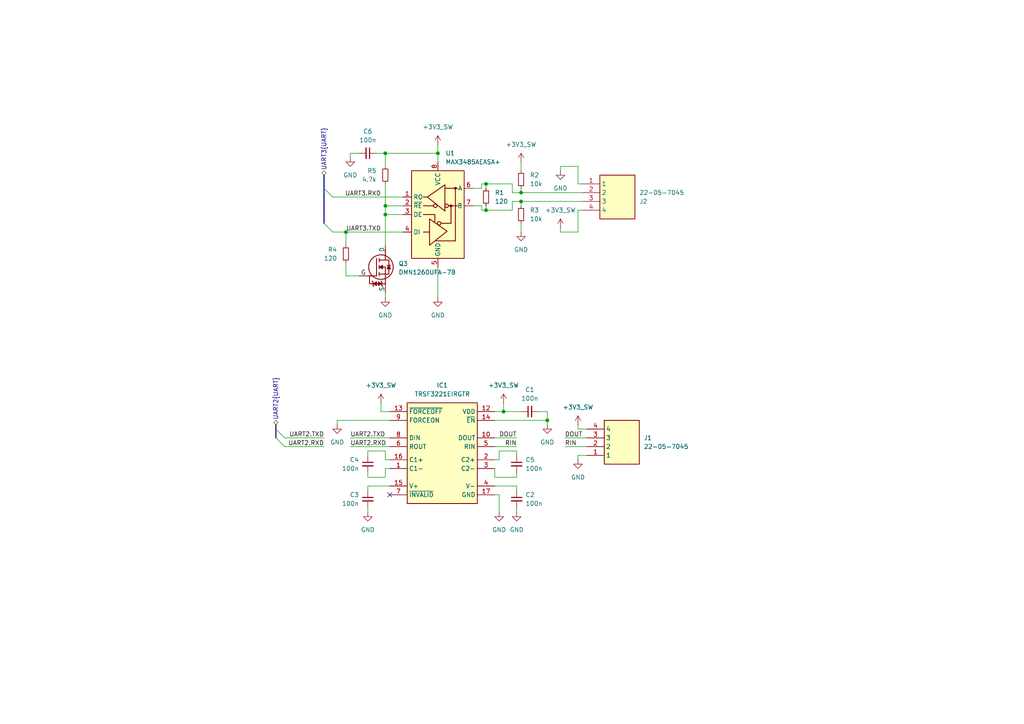
<source format=kicad_sch>
(kicad_sch (version 20250114) (generator "eeschema") (generator_version "9.0")
  (paper "A4")
  (lib_symbols
    (symbol "Device:C_Small" (pin_numbers (hide yes)) (pin_names (offset 0.254) (hide yes))
      (property "Reference" "C" (at 0.254 1.778 0))
      (property "Value" "C_Small" (at 0.254 -2.032 0))
      (symbol "C_Small_0_1"
        (polyline (pts (xy -1.524 0.508) (xy 1.524 0.508)) (stroke (width 0.3048)))
        (polyline (pts (xy -1.524 -0.508) (xy 1.524 -0.508)) (stroke (width 0.3302)))
      )
      (symbol "C_Small_1_1"
        (pin passive line (at 0 2.54 270) (length 2.032) (name "~") (number "1"))
        (pin passive line (at 0 -2.54 90) (length 2.032) (name "~") (number "2"))
      )
    )
    (symbol "Device:R_Small" (pin_numbers (hide yes)) (pin_names (offset 0.254) (hide yes))
      (property "Reference" "R" (at 0.762 0.508 0))
      (property "Value" "R_Small" (at 0.762 -1.016 0))
      (symbol "R_Small_0_1"
        (rectangle (start -0.762 1.778) (end 0.762 -1.778) (stroke (width 0.2032)))
      )
      (symbol "R_Small_1_1"
        (pin passive line (at 0 2.54 270) (length 0.762) (name "~") (number "1"))
        (pin passive line (at 0 -2.54 90) (length 0.762) (name "~") (number "2"))
      )
    )
    (symbol "Interface_UART:MAX3485"
      (property "Reference" "U" (at -6.985 13.97 0))
      (property "Value" "MAX3485" (at 1.905 13.97 0))
      (symbol "MAX3485_0_1"
        (rectangle (start -7.62 12.7) (end 7.62 -12.7) (stroke (width 0.254)) (fill (type background)))
        (polyline (pts (xy -4.191 2.54) (xy -1.27 2.54)) (stroke (width 0.254)))
        (polyline (pts (xy -4.191 0) (xy -0.889 0) (xy -0.889 -2.286)) (stroke (width 0.254)))
        (polyline (pts (xy -3.175 5.08) (xy -4.191 5.08) (xy -4.064 5.08)) (stroke (width 0.254)))
        (polyline (pts (xy -2.54 -5.08) (xy -4.191 -5.08)) (stroke (width 0.254)))
        (polyline (pts (xy -2.413 -5.08) (xy -2.413 -1.27) (xy 2.667 -4.826) (xy -2.413 -8.89) (xy -2.413 -5.08)) (stroke (width 0.254)))
        (polyline (pts (xy -0.635 -7.62) (xy 5.08 -7.62)) (stroke (width 0.254)))
        (circle (center 0.381 -2.54) (radius 0.508) (stroke (width 0.254)))
        (polyline (pts (xy 0.889 -2.54) (xy 3.81 -2.54)) (stroke (width 0.254)))
        (polyline (pts (xy 2.032 7.62) (xy 5.715 7.62)) (stroke (width 0.254)))
        (polyline (pts (xy 3.048 2.54) (xy 5.715 2.54)) (stroke (width 0.254)))
        (circle (center 3.81 2.54) (radius 0.2794) (stroke (width 0.254)) (fill (type outline)))
        (polyline (pts (xy 3.81 -2.54) (xy 3.81 2.54)) (stroke (width 0.254)))
        (polyline (pts (xy 5.08 -7.62) (xy 5.08 7.62)) (stroke (width 0.254)))
      )
      (symbol "MAX3485_1_1"
        (circle (center -0.762 2.54) (radius 0.508) (stroke (width 0.254)))
        (polyline (pts (xy 2.032 4.826) (xy 2.032 8.636) (xy -3.048 5.08) (xy 2.032 1.016) (xy 2.032 4.826)) (stroke (width 0.254)))
        (circle (center 2.54 2.54) (radius 0.508) (stroke (width 0.254)))
        (circle (center 5.08 7.62) (radius 0.2794) (stroke (width 0.254)) (fill (type outline)))
        (pin output line (at -10.16 5.08 0) (length 2.54) (name "RO") (number "1"))
        (pin input line (at -10.16 2.54 0) (length 2.54) (name "~{RE}") (number "2"))
        (pin input line (at -10.16 0 0) (length 2.54) (name "DE") (number "3"))
        (pin input line (at -10.16 -5.08 0) (length 2.54) (name "DI") (number "4"))
        (pin power_in line (at 0 15.24 270) (length 2.54) (name "VCC") (number "8"))
        (pin power_in line (at 0 -15.24 90) (length 2.54) (name "GND") (number "5"))
        (pin bidirectional line (at 10.16 7.62 180) (length 2.54) (name "A") (number "6"))
        (pin bidirectional line (at 10.16 2.54 180) (length 2.54) (name "B") (number "7"))
      )
    )
    (symbol "extras:22-05-7045"
      (property "Reference" "J" (at 16.51 7.62 0))
      (property "Value" "22-05-7045" (at 16.51 5.08 0))
      (symbol "22-05-7045_1_1"
        (rectangle (start 5.08 2.54) (end 15.24 -10.16) (stroke (width 0.254)) (fill (type background)))
        (pin passive line (at 0 0 0) (length 5.08) (name "1") (number "1"))
        (pin passive line (at 0 -2.54 0) (length 5.08) (name "2") (number "2"))
        (pin passive line (at 0 -5.08 0) (length 5.08) (name "3") (number "3"))
        (pin passive line (at 0 -7.62 0) (length 5.08) (name "4") (number "4"))
      )
    )
    (symbol "extras:DMN1260UFA-7B" (pin_numbers (hide yes)) (pin_names (offset 0))
      (property "Reference" "Q" (at 11.43 3.81 0))
      (property "Value" "DMN1260UFA-7B" (at 11.43 1.27 0))
      (symbol "DMN1260UFA-7B_1_1"
        (polyline (pts (xy 2.54 0) (xy 5.08 0)) (stroke (width 0.254)))
        (polyline (pts (xy 3.048 0) (xy 3.048 -2.286)) (stroke (width 0.254)))
        (polyline (pts (xy 4.064 -1.778) (xy 3.81 -1.524)) (stroke (width 0.254)))
        (polyline (pts (xy 4.064 -2.286) (xy 5.08 -1.778) (xy 5.08 -2.794) (xy 4.064 -2.286)) (stroke (width 0.254)) (fill (type outline)))
        (polyline (pts (xy 4.064 -2.794) (xy 4.064 -1.778)) (stroke (width 0.254)))
        (polyline (pts (xy 4.318 -3.048) (xy 4.064 -2.794)) (stroke (width 0.254)))
        (polyline (pts (xy 5.08 5.08) (xy 5.08 0)) (stroke (width 0.254)))
        (polyline (pts (xy 5.842 5.08) (xy 5.842 4.064)) (stroke (width 0.254)))
        (polyline (pts (xy 5.842 2.54) (xy 6.858 3.048) (xy 6.858 2.032) (xy 5.842 2.54)) (stroke (width 0.254)) (fill (type outline)))
        (polyline (pts (xy 5.842 2.032) (xy 5.842 3.048)) (stroke (width 0.254)))
        (polyline (pts (xy 5.842 0.508) (xy 8.636 0.508)) (stroke (width 0.254)))
        (polyline (pts (xy 5.842 0) (xy 5.842 1.016)) (stroke (width 0.254)))
        (circle (center 6.35 2.54) (radius 3.556) (stroke (width 0.254)))
        (polyline (pts (xy 6.604 -1.778) (xy 6.35 -1.524)) (stroke (width 0.254)))
        (polyline (pts (xy 6.604 -1.778) (xy 6.604 -2.794)) (stroke (width 0.254)))
        (polyline (pts (xy 6.604 -2.286) (xy 5.588 -2.794) (xy 5.588 -1.778) (xy 6.604 -2.286)) (stroke (width 0.254)) (fill (type outline)))
        (polyline (pts (xy 6.858 -3.048) (xy 6.604 -2.794)) (stroke (width 0.254)))
        (polyline (pts (xy 7.62 4.572) (xy 7.62 7.62)) (stroke (width 0.254)))
        (polyline (pts (xy 7.62 2.54) (xy 5.842 2.54)) (stroke (width 0.254)))
        (polyline (pts (xy 7.62 2.54) (xy 7.62 -2.54)) (stroke (width 0.254)))
        (polyline (pts (xy 7.62 -2.286) (xy 3.048 -2.286)) (stroke (width 0.254)))
        (polyline (pts (xy 8.128 3.048) (xy 9.144 3.048)) (stroke (width 0.254)))
        (polyline (pts (xy 8.636 4.572) (xy 5.842 4.572)) (stroke (width 0.254)))
        (polyline (pts (xy 8.636 3.048) (xy 9.144 2.032) (xy 8.128 2.032) (xy 8.636 3.048)) (stroke (width 0.254)) (fill (type outline)))
        (polyline (pts (xy 8.636 0.508) (xy 8.636 4.572)) (stroke (width 0.254)))
        (pin passive line (at 0 0 0) (length 2.54) (name "G") (number "1"))
        (pin passive line (at 7.62 8.89 270) (length 2.54) (name "D") (number "3"))
        (pin passive line (at 7.62 -5.08 90) (length 2.54) (name "S") (number "2"))
      )
    )
    (symbol "extras:TRSF3221EIRGTR"
      (property "Reference" "IC" (at 5.08 6.985 0))
      (property "Value" "TRSF3221EIRGTR" (at 5.08 4.445 0))
      (symbol "TRSF3221EIRGTR_1_1"
        (rectangle (start 5.08 2.54) (end 25.4 -26.67) (stroke (width 0.254)) (fill (type background)))
        (pin passive line (at 0 0 0) (length 5.08) (name "VDD") (number "12"))
        (pin passive line (at 0 -2.54 0) (length 5.08) (name "~{EN}") (number "14"))
        (pin passive line (at 0 -7.62 0) (length 5.08) (name "DOUT") (number "10"))
        (pin passive line (at 0 -10.16 0) (length 5.08) (name "RIN") (number "5"))
        (pin passive line (at 0 -13.97 0) (length 5.08) (name "C2+") (number "2"))
        (pin passive line (at 0 -16.51 0) (length 5.08) (name "C2-") (number "3"))
        (pin passive line (at 0 -21.59 0) (length 5.08) (name "V-") (number "4"))
        (pin passive line (at 0 -24.13 0) (length 5.08) (hide yes) (name "GND") (number "11"))
        (pin passive line (at 0 -24.13 0) (length 5.08) (name "GND") (number "17"))
        (pin passive line (at 30.48 0 180) (length 5.08) (name "~{FORCEOFF}") (number "13"))
        (pin passive line (at 30.48 -2.54 180) (length 5.08) (name "FORCEON") (number "9"))
        (pin passive line (at 30.48 -7.62 180) (length 5.08) (name "DIN") (number "8"))
        (pin passive line (at 30.48 -10.16 180) (length 5.08) (name "ROUT") (number "6"))
        (pin passive line (at 30.48 -13.97 180) (length 5.08) (name "C1+") (number "16"))
        (pin passive line (at 30.48 -16.51 180) (length 5.08) (name "C1-") (number "1"))
        (pin passive line (at 30.48 -21.59 180) (length 5.08) (name "V+") (number "15"))
        (pin passive line (at 30.48 -24.13 180) (length 5.08) (name "~{INVALID}") (number "7"))
      )
    )
    (symbol "power:+3V3" (power) (pin_numbers (hide yes)) (pin_names (offset 0) (hide yes))
      (property "Value" "+3V3" (at 0 3.556 0))
      (symbol "+3V3_0_1"
        (polyline (pts (xy -0.762 1.27) (xy 0 2.54)))
        (polyline (pts (xy 0 2.54) (xy 0.762 1.27)))
        (polyline (pts (xy 0 0) (xy 0 2.54)))
      )
      (symbol "+3V3_1_1"
        (pin power_in line (at 0 0 90) (length 0) (name "~") (number "1"))
      )
    )
    (symbol "power:GND" (power) (pin_numbers (hide yes)) (pin_names (offset 0) (hide yes))
      (property "Value" "GND" (at 0 -3.81 0))
      (symbol "GND_0_1"
        (polyline (pts (xy 0 0) (xy 0 -1.27) (xy 1.27 -1.27) (xy 0 -2.54) (xy -1.27 -1.27) (xy 0 -1.27)))
      )
      (symbol "GND_1_1"
        (pin power_in line (at 0 0 270) (length 0) (name "~") (number "1"))
      )
    )
  )
  (junction (at 111.76 62.23))
  (junction (at 100.33 67.31))
  (junction (at 140.97 60.96))
  (junction (at 146.05 119.38))
  (junction (at 158.75 121.92))
  (junction (at 151.13 55.88))
  (junction (at 111.76 44.45))
  (junction (at 151.13 58.42))
  (junction (at 127 44.45))
  (junction (at 111.76 59.69))
  (junction (at 140.97 53.34))
  (no_connect (at 113.03 143.51))
  (bus_entry (at 80.01 124.46) (size 2.54 2.54))
  (bus_entry (at 93.98 54.61) (size 2.54 2.54))
  (bus_entry (at 93.98 64.77) (size 2.54 2.54))
  (bus_entry (at 80.01 127) (size 2.54 2.54))
  (wire (pts (xy 127 77.47) (xy 127 86.36)))
  (wire (pts (xy 151.13 46.99) (xy 151.13 49.53)))
  (wire (pts (xy 151.13 58.42) (xy 151.13 59.69)))
  (wire (pts (xy 111.76 85.09) (xy 111.76 86.36)))
  (wire (pts (xy 167.64 67.31) (xy 162.56 67.31)))
  (wire (pts (xy 149.86 129.54) (xy 143.51 129.54)))
  (wire (pts (xy 140.97 60.96) (xy 148.59 60.96)))
  (wire (pts (xy 148.59 55.88) (xy 151.13 55.88)))
  (wire (pts (xy 146.05 119.38) (xy 143.51 119.38)))
  (wire (pts (xy 163.83 127) (xy 170.18 127)))
  (wire (pts (xy 144.78 143.51) (xy 143.51 143.51)))
  (wire (pts (xy 167.64 60.96) (xy 167.64 67.31)))
  (wire (pts (xy 139.7 60.96) (xy 140.97 60.96)))
  (wire (pts (xy 151.13 54.61) (xy 151.13 55.88)))
  (wire (pts (xy 111.76 135.89) (xy 111.76 138.43)))
  (wire (pts (xy 149.86 127) (xy 143.51 127)))
  (wire (pts (xy 101.6 44.45) (xy 104.14 44.45)))
  (wire (pts (xy 167.64 48.26) (xy 167.64 53.34)))
  (wire (pts (xy 151.13 119.38) (xy 146.05 119.38)))
  (wire (pts (xy 110.49 116.84) (xy 110.49 119.38)))
  (wire (pts (xy 167.64 133.35) (xy 167.64 132.08)))
  (wire (pts (xy 163.83 129.54) (xy 170.18 129.54)))
  (wire (pts (xy 144.78 130.81) (xy 149.86 130.81)))
  (wire (pts (xy 158.75 121.92) (xy 143.51 121.92)))
  (wire (pts (xy 109.22 44.45) (xy 111.76 44.45)))
  (wire (pts (xy 100.33 71.12) (xy 100.33 67.31)))
  (wire (pts (xy 101.6 45.72) (xy 101.6 44.45)))
  (wire (pts (xy 111.76 62.23) (xy 111.76 71.12)))
  (wire (pts (xy 167.64 124.46) (xy 170.18 124.46)))
  (wire (pts (xy 149.86 147.32) (xy 149.86 148.59)))
  (wire (pts (xy 140.97 53.34) (xy 148.59 53.34)))
  (wire (pts (xy 113.03 140.97) (xy 106.68 140.97)))
  (wire (pts (xy 167.64 53.34) (xy 168.91 53.34)))
  (wire (pts (xy 127 44.45) (xy 127 46.99)))
  (wire (pts (xy 149.86 138.43) (xy 143.51 138.43)))
  (wire (pts (xy 151.13 55.88) (xy 168.91 55.88)))
  (wire (pts (xy 148.59 55.88) (xy 148.59 53.34)))
  (wire (pts (xy 111.76 53.34) (xy 111.76 59.69)))
  (wire (pts (xy 111.76 62.23) (xy 116.84 62.23)))
  (wire (pts (xy 111.76 48.26) (xy 111.76 44.45)))
  (wire (pts (xy 100.33 76.2) (xy 100.33 80.01)))
  (wire (pts (xy 167.64 132.08) (xy 170.18 132.08)))
  (wire (pts (xy 101.6 127) (xy 113.03 127)))
  (wire (pts (xy 139.7 59.69) (xy 137.16 59.69)))
  (wire (pts (xy 167.64 48.26) (xy 162.56 48.26)))
  (wire (pts (xy 139.7 60.96) (xy 139.7 59.69)))
  (bus (pts (xy 80.01 124.46) (xy 80.01 127)))
  (wire (pts (xy 149.86 137.16) (xy 149.86 138.43)))
  (wire (pts (xy 144.78 148.59) (xy 144.78 143.51)))
  (wire (pts (xy 158.75 119.38) (xy 156.21 119.38)))
  (wire (pts (xy 148.59 58.42) (xy 148.59 60.96)))
  (wire (pts (xy 97.79 123.19) (xy 97.79 121.92)))
  (wire (pts (xy 82.55 129.54) (xy 93.98 129.54)))
  (wire (pts (xy 140.97 59.69) (xy 140.97 60.96)))
  (wire (pts (xy 113.03 133.35) (xy 111.76 133.35)))
  (wire (pts (xy 139.7 54.61) (xy 137.16 54.61)))
  (wire (pts (xy 106.68 147.32) (xy 106.68 148.59)))
  (wire (pts (xy 162.56 48.26) (xy 162.56 49.53)))
  (wire (pts (xy 167.64 60.96) (xy 168.91 60.96)))
  (wire (pts (xy 139.7 53.34) (xy 140.97 53.34)))
  (wire (pts (xy 101.6 129.54) (xy 113.03 129.54)))
  (wire (pts (xy 167.64 123.19) (xy 167.64 124.46)))
  (wire (pts (xy 149.86 142.24) (xy 149.86 140.97)))
  (wire (pts (xy 140.97 53.34) (xy 140.97 54.61)))
  (wire (pts (xy 158.75 123.19) (xy 158.75 121.92)))
  (wire (pts (xy 139.7 53.34) (xy 139.7 54.61)))
  (wire (pts (xy 111.76 138.43) (xy 106.68 138.43)))
  (wire (pts (xy 127 41.91) (xy 127 44.45)))
  (wire (pts (xy 106.68 138.43) (xy 106.68 137.16)))
  (wire (pts (xy 144.78 133.35) (xy 144.78 130.81)))
  (wire (pts (xy 111.76 133.35) (xy 111.76 130.81)))
  (bus (pts (xy 93.98 50.8) (xy 93.98 54.61)))
  (wire (pts (xy 110.49 119.38) (xy 113.03 119.38)))
  (wire (pts (xy 106.68 130.81) (xy 106.68 132.08)))
  (wire (pts (xy 111.76 59.69) (xy 116.84 59.69)))
  (wire (pts (xy 100.33 80.01) (xy 104.14 80.01)))
  (wire (pts (xy 162.56 67.31) (xy 162.56 66.04)))
  (wire (pts (xy 151.13 58.42) (xy 168.91 58.42)))
  (wire (pts (xy 143.51 138.43) (xy 143.51 135.89)))
  (wire (pts (xy 96.52 67.31) (xy 100.33 67.31)))
  (wire (pts (xy 113.03 121.92) (xy 97.79 121.92)))
  (wire (pts (xy 111.76 130.81) (xy 106.68 130.81)))
  (wire (pts (xy 111.76 59.69) (xy 111.76 62.23)))
  (wire (pts (xy 149.86 130.81) (xy 149.86 132.08)))
  (bus (pts (xy 80.01 123.19) (xy 80.01 124.46)))
  (wire (pts (xy 146.05 116.84) (xy 146.05 119.38)))
  (wire (pts (xy 151.13 64.77) (xy 151.13 67.31)))
  (wire (pts (xy 158.75 121.92) (xy 158.75 119.38)))
  (wire (pts (xy 100.33 67.31) (xy 116.84 67.31)))
  (wire (pts (xy 148.59 58.42) (xy 151.13 58.42)))
  (wire (pts (xy 96.52 57.15) (xy 116.84 57.15)))
  (wire (pts (xy 111.76 44.45) (xy 127 44.45)))
  (wire (pts (xy 106.68 140.97) (xy 106.68 142.24)))
  (wire (pts (xy 149.86 140.97) (xy 143.51 140.97)))
  (wire (pts (xy 113.03 135.89) (xy 111.76 135.89)))
  (wire (pts (xy 143.51 133.35) (xy 144.78 133.35)))
  (bus (pts (xy 93.98 54.61) (xy 93.98 64.77)))
  (wire (pts (xy 82.55 127) (xy 93.98 127)))
  (label "RIN" (at 149.86 129.54 180))
  (label "UART2.TXD" (at 101.6 127 0))
  (label "UART2.RXD" (at 101.6 129.54 0))
  (label "DOUT" (at 149.86 127 180))
  (label "UART2.RXD" (at 93.98 129.54 180))
  (label "UART3.TXD" (at 110.49 67.31 180))
  (label "UART3.RXD" (at 110.49 57.15 180))
  (label "DOUT" (at 163.83 127 0))
  (label "RIN" (at 163.83 129.54 0))
  (label "UART2.TXD" (at 93.98 127 180))
  (hierarchical_label "UART3{UART}" (shape bidirectional) (at 93.98 50.8 90))
  (hierarchical_label "UART2{UART}" (shape bidirectional) (at 80.01 123.19 90))
  (symbol (lib_id "power:GND") (at 151.13 67.31 0) (unit 1)
    (property "Reference" "#PWR030" (effects (hide yes)))
    (property "Value" "GND" (at 151.13 72.39 0))
    (property "Description" "Power symbol creates a global label with name \"GND\" , ground" (effects (hide yes)))
  )
  (symbol (lib_id "Device:C_Small") (at 106.68 44.45 270) (unit 1)
    (property "Reference" "C6" (at 106.6736 38.1 90))
    (property "Value" "100n" (at 106.6736 40.64 90))
    (property "Footprint" "extras:C_0402" (effects (hide yes)))
    (property "Description" "Unpolarized capacitor, small symbol" (effects (hide yes)))
    (property "Mouser Part Number" "80-C0402C104K4R7867" (effects (hide yes)))
  )
  (symbol (lib_id "power:GND") (at 162.56 49.53 0) (unit 1)
    (property "Reference" "#PWR028" (effects (hide yes)))
    (property "Value" "GND" (at 162.56 54.61 0))
    (property "Description" "Power symbol creates a global label with name \"GND\" , ground" (effects (hide yes)))
  )
  (symbol (lib_id "Device:C_Small") (at 106.68 134.62 0) (mirror y) (unit 1)
    (property "Reference" "C4" (at 104.14 133.3562 0) (effects (justify left)))
    (property "Value" "100n" (at 104.14 135.8962 0) (effects (justify left)))
    (property "Footprint" "extras:C_0402" (effects (hide yes)))
    (property "Description" "Unpolarized capacitor, small symbol" (effects (hide yes)))
    (property "Mouser Part Number" "80-C0402C104K4R7867" (effects (hide yes)))
  )
  (symbol (lib_id "power:GND") (at 97.79 123.19 0) (mirror y) (unit 1)
    (property "Reference" "#PWR018" (effects (hide yes)))
    (property "Value" "GND" (at 97.79 128.27 0))
    (property "Description" "Power symbol creates a global label with name \"GND\" , ground" (effects (hide yes)))
  )
  (symbol (lib_id "power:GND") (at 167.64 133.35 0) (unit 1)
    (property "Reference" "#PWR023" (effects (hide yes)))
    (property "Value" "GND" (at 167.64 138.43 0))
    (property "Description" "Power symbol creates a global label with name \"GND\" , ground" (effects (hide yes)))
  )
  (symbol (lib_id "Device:R_Small") (at 151.13 62.23 180) (unit 1)
    (property "Reference" "R3" (at 153.67 60.9599 0) (effects (justify right)))
    (property "Value" "10k" (at 153.67 63.4999 0) (effects (justify right)))
    (property "Footprint" "extras:R_0402" (effects (hide yes)))
    (property "Description" "Resistor, small symbol" (effects (hide yes)))
    (property "Mouser Part Number" "652-CR0402AFX1002GAS" (effects (hide yes)))
  )
  (symbol (lib_id "power:+3V3") (at 146.05 116.84 0) (mirror y) (unit 1)
    (property "Reference" "#PWR015" (effects (hide yes)))
    (property "Value" "+3V3_SW" (at 146.05 111.76 0))
    (property "Description" "Power symbol creates a global label with name \"+3V3\"" (effects (hide yes)))
  )
  (symbol (lib_id "Device:C_Small") (at 153.67 119.38 90) (mirror x) (unit 1)
    (property "Reference" "C1" (at 153.6764 113.03 90))
    (property "Value" "100n" (at 153.6764 115.57 90))
    (property "Footprint" "extras:C_0402" (effects (hide yes)))
    (property "Description" "Unpolarized capacitor, small symbol" (effects (hide yes)))
    (property "Mouser Part Number" "80-C0402C104K4R7867" (effects (hide yes)))
  )
  (symbol (lib_id "power:GND") (at 101.6 45.72 0) (unit 1)
    (property "Reference" "#PWR025" (effects (hide yes)))
    (property "Value" "GND" (at 101.6 50.8 0))
    (property "Description" "Power symbol creates a global label with name \"GND\" , ground" (effects (hide yes)))
  )
  (symbol (lib_id "power:GND") (at 149.86 148.59 0) (mirror y) (unit 1)
    (property "Reference" "#PWR019" (effects (hide yes)))
    (property "Value" "GND" (at 149.86 153.67 0))
    (property "Description" "Power symbol creates a global label with name \"GND\" , ground" (effects (hide yes)))
  )
  (symbol (lib_id "Interface_UART:MAX3485") (at 127 62.23 0) (unit 1)
    (property "Reference" "U1" (at 129.1941 44.45 0) (effects (justify left)))
    (property "Value" "MAX3485AEASA+" (at 129.1941 46.99 0) (effects (justify left)))
    (property "Footprint" "Package_SO:SOIC-8_3.9x4.9mm_P1.27mm" (effects (hide yes)))
    (property "Datasheet" "https://datasheets.maximintegrated.com/en/ds/MAX3483-MAX3491.pdf" (effects (hide yes)))
    (property "Description" "True RS-485/RS-422, 10Mbps, Slew-Rate Limited, with low-power shutdown, with receiver/driver enable, 32 receiver drive capacitity, DIP-8 and SOIC-8" (effects (hide yes)))
    (property "Mouser Part Number" "700-MAX3485AEASA+" (effects (hide yes)))
  )
  (symbol (lib_id "power:+3V3") (at 167.64 123.19 0) (unit 1)
    (property "Reference" "#PWR022" (effects (hide yes)))
    (property "Value" "+3V3_SW" (at 167.64 118.11 0))
    (property "Description" "Power symbol creates a global label with name \"+3V3\"" (effects (hide yes)))
  )
  (symbol (lib_id "extras:TRSF3221EIRGTR") (at 143.51 119.38 0) (mirror y) (unit 1)
    (property "Reference" "IC1" (at 128.27 111.76 0))
    (property "Value" "TRSF3221EIRGTR" (at 128.27 114.3 0))
    (property "Footprint" "extras:QFN50P300X300X100-17N-D" (effects (hide yes)))
    (property "Datasheet" "https://www.ti.com/lit/ds/symlink/trsf3221e.pdf?ts=1627396345397&ref_url=https%253A%252F%252Fwww.google.com%252F" (effects (hide yes)))
    (property "Description" "RS-232 Interface IC 3- to 5.5-V single channel 1Mbps RS-232 line driver/receiver with +/-15-kV IEC-ESD protection" (effects (hide yes)))
    (property "Height" "1" (effects (hide yes)))
    (property "Mouser Part Number" "595-TRSF3221EIRGTR" (effects (hide yes)))
    (property "Mouser Price/Stock" "https://www.mouser.co.uk/ProductDetail/Texas-Instruments/TRSF3221EIRGTR?qs=Jslch3jnSjn40N%2FLRQ6zJQ%3D%3D" (effects (hide yes)))
    (property "Manufacturer_Name" "Texas Instruments" (effects (hide yes)))
    (property "Manufacturer_Part_Number" "TRSF3221EIRGTR" (effects (hide yes)))
  )
  (symbol (lib_id "power:GND") (at 144.78 148.59 0) (mirror y) (unit 1)
    (property "Reference" "#PWR017" (effects (hide yes)))
    (property "Value" "GND" (at 144.78 153.67 0))
    (property "Description" "Power symbol creates a global label with name \"GND\" , ground" (effects (hide yes)))
  )
  (symbol (lib_id "power:GND") (at 106.68 148.59 0) (mirror y) (unit 1)
    (property "Reference" "#PWR020" (effects (hide yes)))
    (property "Value" "GND" (at 106.68 153.67 0))
    (property "Description" "Power symbol creates a global label with name \"GND\" , ground" (effects (hide yes)))
  )
  (symbol (lib_id "power:GND") (at 127 86.36 0) (unit 1)
    (property "Reference" "#PWR026" (effects (hide yes)))
    (property "Value" "GND" (at 127 91.44 0))
    (property "Description" "Power symbol creates a global label with name \"GND\" , ground" (effects (hide yes)))
  )
  (symbol (lib_id "power:+3V3") (at 151.13 46.99 0) (unit 1)
    (property "Reference" "#PWR029" (effects (hide yes)))
    (property "Value" "+3V3_SW" (at 151.13 41.91 0))
    (property "Description" "Power symbol creates a global label with name \"+3V3\"" (effects (hide yes)))
  )
  (symbol (lib_id "Device:R_Small") (at 151.13 52.07 180) (unit 1)
    (property "Reference" "R2" (at 153.67 50.7999 0) (effects (justify right)))
    (property "Value" "10k" (at 153.67 53.3399 0) (effects (justify right)))
    (property "Footprint" "extras:R_0402" (effects (hide yes)))
    (property "Description" "Resistor, small symbol" (effects (hide yes)))
    (property "Mouser Part Number" "652-CR0402AFX1002GAS" (effects (hide yes)))
  )
  (symbol (lib_id "Device:C_Small") (at 149.86 134.62 0) (mirror y) (unit 1)
    (property "Reference" "C5" (at 152.4 133.3562 0) (effects (justify right)))
    (property "Value" "100n" (at 152.4 135.8962 0) (effects (justify right)))
    (property "Footprint" "extras:C_0402" (effects (hide yes)))
    (property "Description" "Unpolarized capacitor, small symbol" (effects (hide yes)))
    (property "Mouser Part Number" "80-C0402C104K4R7867" (effects (hide yes)))
  )
  (symbol (lib_id "extras:22-05-7045") (at 168.91 53.34 0) (unit 1)
    (property "Reference" "J2" (at 185.42 58.4201 0) (effects (justify left)))
    (property "Value" "22-05-7045" (at 185.42 55.8801 0) (effects (justify left)))
    (property "Footprint" "extras:SHDRRA4W45P0X250_1X4_1240X790X510P" (effects (hide yes)))
    (property "Datasheet" "https://www.molex.com/pdm_docs/sd/022057045_sd.pdf" (effects (hide yes)))
    (property "Description" "Headers & Wire Housings 4 CKT 2.5MM R/A HDR" (effects (hide yes)))
    (property "Height" "5.1" (effects (hide yes)))
    (property "Mouser Part Number" "538-22-05-7045" (effects (hide yes)))
    (property "Mouser Price/Stock" "https://www.mouser.co.uk/ProductDetail/Molex/22-05-7045?qs=xrDmMQn67Z7IIk77EGZFzA%3D%3D" (effects (hide yes)))
    (property "Manufacturer_Name" "Molex" (effects (hide yes)))
    (property "Manufacturer_Part_Number" "22-05-7045" (effects (hide yes)))
    (property "display" "RS485" (effects (hide yes)))
  )
  (symbol (lib_id "power:+3V3") (at 110.49 116.84 0) (mirror y) (unit 1)
    (property "Reference" "#PWR016" (effects (hide yes)))
    (property "Value" "+3V3_SW" (at 110.49 111.76 0))
    (property "Description" "Power symbol creates a global label with name \"+3V3\"" (effects (hide yes)))
  )
  (symbol (lib_id "Device:R_Small") (at 140.97 57.15 180) (unit 1)
    (property "Reference" "R1" (at 143.51 55.8799 0) (effects (justify right)))
    (property "Value" "120" (at 143.51 58.4199 0) (effects (justify right)))
    (property "Footprint" "extras:R_0402" (effects (hide yes)))
    (property "Description" "Resistor, small symbol" (effects (hide yes)))
    (property "Mouser Part Number" "603-AC0402FR-07120RL" (effects (hide yes)))
  )
  (symbol (lib_id "extras:DMN1260UFA-7B") (at 104.14 80.01 0) (unit 1)
    (property "Reference" "Q3" (at 115.57 76.4539 0) (effects (justify left)))
    (property "Value" "DMN1260UFA-7B" (at 115.57 78.9939 0) (effects (justify left)))
    (property "Footprint" "extras:DMN1260UFA7B" (effects (hide yes)))
    (property "Datasheet" "https://www.diodes.com//assets/Datasheets/DMN1260UFA.pdf" (effects (hide yes)))
    (property "Description" "MOSFET 12V N-Ch Enh FET 8 VGS 60pF 0.92nC" (effects (hide yes)))
    (property "Height" "0.4" (effects (hide yes)))
    (property "Mouser Part Number" "621-DMN1260UFA-7B" (effects (hide yes)))
    (property "Mouser Price/Stock" "https://www.mouser.co.uk/ProductDetail/Diodes-Incorporated/DMN1260UFA-7B?qs=TL2rE588Q1GjQdkyrZCA4w%3D%3D" (effects (hide yes)))
    (property "Manufacturer_Name" "Diodes Incorporated" (effects (hide yes)))
    (property "Manufacturer_Part_Number" "DMN1260UFA-7B" (effects (hide yes)))
  )
  (symbol (lib_id "power:+3V3") (at 127 41.91 0) (unit 1)
    (property "Reference" "#PWR024" (effects (hide yes)))
    (property "Value" "+3V3_SW" (at 127 36.83 0))
    (property "Description" "Power symbol creates a global label with name \"+3V3\"" (effects (hide yes)))
  )
  (symbol (lib_id "Device:C_Small") (at 149.86 144.78 0) (mirror y) (unit 1)
    (property "Reference" "C2" (at 152.4 143.5162 0) (effects (justify right)))
    (property "Value" "100n" (at 152.4 146.0562 0) (effects (justify right)))
    (property "Footprint" "extras:C_0402" (effects (hide yes)))
    (property "Description" "Unpolarized capacitor, small symbol" (effects (hide yes)))
    (property "Mouser Part Number" "80-C0402C104K4R7867" (effects (hide yes)))
  )
  (symbol (lib_id "extras:22-05-7045") (at 170.18 132.08 0) (mirror x) (unit 1)
    (property "Reference" "J1" (at 186.69 126.9999 0) (effects (justify left)))
    (property "Value" "22-05-7045" (at 186.69 129.5399 0) (effects (justify left)))
    (property "Footprint" "extras:SHDRRA4W45P0X250_1X4_1240X790X510P" (effects (hide yes)))
    (property "Datasheet" "https://www.molex.com/pdm_docs/sd/022057045_sd.pdf" (effects (hide yes)))
    (property "Description" "Headers & Wire Housings 4 CKT 2.5MM R/A HDR" (effects (hide yes)))
    (property "Height" "5.1" (effects (hide yes)))
    (property "Mouser Part Number" "538-22-05-7045" (effects (hide yes)))
    (property "Mouser Price/Stock" "https://www.mouser.co.uk/ProductDetail/Molex/22-05-7045?qs=xrDmMQn67Z7IIk77EGZFzA%3D%3D" (effects (hide yes)))
    (property "Manufacturer_Name" "Molex" (effects (hide yes)))
    (property "Manufacturer_Part_Number" "22-05-7045" (effects (hide yes)))
    (property "display" "RS232" (effects (hide yes)))
  )
  (symbol (lib_id "power:GND") (at 111.76 86.36 0) (unit 1)
    (property "Reference" "#PWR031" (effects (hide yes)))
    (property "Value" "GND" (at 111.76 91.44 0))
    (property "Description" "Power symbol creates a global label with name \"GND\" , ground" (effects (hide yes)))
  )
  (symbol (lib_id "power:GND") (at 158.75 123.19 0) (mirror y) (unit 1)
    (property "Reference" "#PWR021" (effects (hide yes)))
    (property "Value" "GND" (at 158.75 128.27 0))
    (property "Description" "Power symbol creates a global label with name \"GND\" , ground" (effects (hide yes)))
  )
  (symbol (lib_id "Device:R_Small") (at 111.76 50.8 180) (unit 1)
    (property "Reference" "R5" (at 109.22 49.5299 0) (effects (justify left)))
    (property "Value" "4.7k" (at 109.22 52.0699 0) (effects (justify left)))
    (property "Footprint" "extras:R_0402" (effects (hide yes)))
    (property "Description" "Resistor, small symbol" (effects (hide yes)))
    (property "Mouser Part Number" "652-CR0402FX-4701GLF" (effects (hide yes)))
  )
  (symbol (lib_id "Device:R_Small") (at 100.33 73.66 180) (unit 1)
    (property "Reference" "R4" (at 97.79 72.3899 0) (effects (justify left)))
    (property "Value" "120" (at 97.79 74.9299 0) (effects (justify left)))
    (property "Footprint" "extras:R_0402" (effects (hide yes)))
    (property "Description" "Resistor, small symbol" (effects (hide yes)))
    (property "Mouser Part Number" "603-AC0402FR-07120RL" (effects (hide yes)))
  )
  (symbol (lib_id "Device:C_Small") (at 106.68 144.78 0) (mirror y) (unit 1)
    (property "Reference" "C3" (at 104.14 143.5162 0) (effects (justify left)))
    (property "Value" "100n" (at 104.14 146.0562 0) (effects (justify left)))
    (property "Footprint" "extras:C_0402" (effects (hide yes)))
    (property "Description" "Unpolarized capacitor, small symbol" (effects (hide yes)))
    (property "Mouser Part Number" "80-C0402C104K4R7867" (effects (hide yes)))
  )
  (symbol (lib_id "power:+3V3") (at 162.56 66.04 0) (unit 1)
    (property "Reference" "#PWR027" (effects (hide yes)))
    (property "Value" "+3V3_SW" (at 162.56 60.96 0))
    (property "Description" "Power symbol creates a global label with name \"+3V3\"" (effects (hide yes)))
  )
)
</source>
